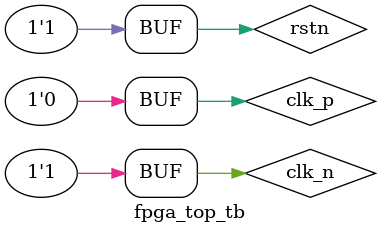
<source format=sv>


//     logic signed [12:0] dout_R[0:15];
//     logic signed [12:0] dout_Q[0:15];
//     logic done;

//     // ========================
//     // DUT instantiation
//     // ========================
//     fpga_top dut (
//         .clk(clk),
//         .rstn(rstn),
//         .dout_R(dout_R),
//         .dout_Q(dout_Q),
//         .done(done)
//     );

//     // ========================
//     // Clock generation
//     // ========================
//     always #5 clk = ~clk;

//     // ========================
//     // Reset and simulation flow
//     // ========================
//     initial begin
//         clk = 0;
//         rstn = 0;

//         #10;
//         rstn = 1;

//         // Simulation time (조정 가능)
//         repeat (10000) @(posedge clk);

//         $finish;
//     end

// endmodule

/////////////////////////////////////////////////////////////////////////////

`timescale 1ns / 1ps

module fpga_top_tb;

    // DUT (Device Under Test) Port Declarations
    logic clk_p;
    logic clk_n;
    logic rstn;
    logic top_done;

    // Clock Generation
    localparam CLOCK_PERIOD = 10; 

    always begin
        clk_p = 1;
        #(CLOCK_PERIOD/2) clk_p = 0;
        #(CLOCK_PERIOD/2);
    end
    assign clk_n = ~clk_p;


    // Reset Generation
    initial begin
        rstn = 1'b0; // Active-low reset
        #20;
        rstn = 1'b1; // De-assert reset
    end

    // Instantiate the DUT
    fpga_top UUT (
        .clk_p(clk_p),
        .clk_n(clk_n),
        .rstn(rstn),
        .top_done(top_done)
    );


endmodule
</source>
